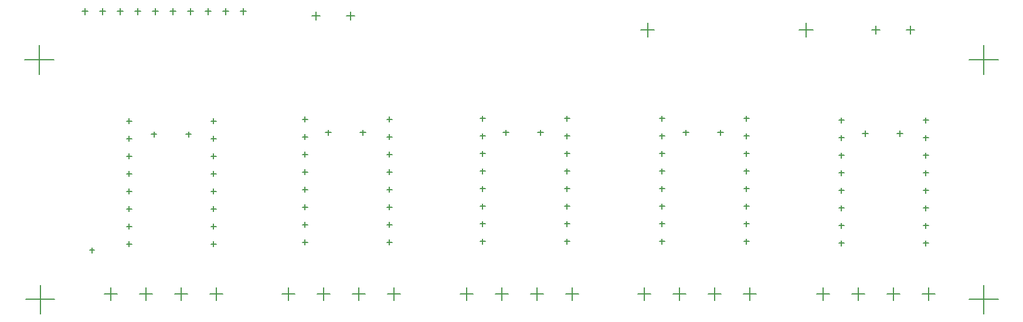
<source format=gbr>
G04 Layer_Color=128*
%FSLAX45Y45*%
%MOMM*%
%TF.FileFunction,Drillmap*%
%TF.Part,Single*%
G01*
G75*
%TA.AperFunction,NonConductor*%
%ADD63C,0.12700*%
D63*
X16731799Y2984500D02*
X17151801D01*
X16941800Y2774500D02*
Y3194500D01*
X16731799Y6451600D02*
X17151801D01*
X16941800Y6241600D02*
Y6661600D01*
X3092000Y6451600D02*
X3512000D01*
X3302000Y6241600D02*
Y6661600D01*
X3104700Y2984500D02*
X3524700D01*
X3314700Y2774500D02*
Y3194500D01*
X4237700Y3060700D02*
X4423700D01*
X4330700Y2967700D02*
Y3153700D01*
X4745700Y3060700D02*
X4931700D01*
X4838700Y2967700D02*
Y3153700D01*
X5253700Y3060700D02*
X5439700D01*
X5346700Y2967700D02*
Y3153700D01*
X5761700Y3060700D02*
X5947700D01*
X5854700Y2967700D02*
Y3153700D01*
X6803100Y3060700D02*
X6989100D01*
X6896100Y2967700D02*
Y3153700D01*
X7311100Y3060700D02*
X7497100D01*
X7404100Y2967700D02*
Y3153700D01*
X7819100Y3060700D02*
X8005100D01*
X7912100Y2967700D02*
Y3153700D01*
X8327100Y3060700D02*
X8513100D01*
X8420100Y2967700D02*
Y3153700D01*
X9381200Y3060700D02*
X9567200D01*
X9474200Y2967700D02*
Y3153700D01*
X9889200Y3060700D02*
X10075200D01*
X9982200Y2967700D02*
Y3153700D01*
X10397200Y3060700D02*
X10583200D01*
X10490200Y2967700D02*
Y3153700D01*
X10905200Y3060700D02*
X11091200D01*
X10998200Y2967700D02*
Y3153700D01*
X7737800Y7086600D02*
X7857800D01*
X7797800Y7026600D02*
Y7146600D01*
X7237800Y7086600D02*
X7357800D01*
X7297800Y7026600D02*
Y7146600D01*
X3917400Y7150100D02*
X4007400D01*
X3962400Y7105100D02*
Y7195100D01*
X4171400Y7150100D02*
X4261400D01*
X4216400Y7105100D02*
Y7195100D01*
X4679400Y7150100D02*
X4769400D01*
X4724400Y7105100D02*
Y7195100D01*
X4933400Y7150100D02*
X5023400D01*
X4978400Y7105100D02*
Y7195100D01*
X5187400Y7150100D02*
X5277400D01*
X5232400Y7105100D02*
Y7195100D01*
X5441400Y7150100D02*
X5531400D01*
X5486400Y7105100D02*
Y7195100D01*
X5695400Y7150100D02*
X5785400D01*
X5740400Y7105100D02*
Y7195100D01*
X5949400Y7150100D02*
X6039400D01*
X5994400Y7105100D02*
Y7195100D01*
X6203400Y7150100D02*
X6293400D01*
X6248400Y7105100D02*
Y7195100D01*
X4425400Y7150100D02*
X4515400D01*
X4470400Y7105100D02*
Y7195100D01*
X15319701Y6883400D02*
X15439700D01*
X15379700Y6823400D02*
Y6943400D01*
X15819701Y6883400D02*
X15939700D01*
X15879700Y6823400D02*
Y6943400D01*
X11946600Y3060700D02*
X12132600D01*
X12039600Y2967700D02*
Y3153700D01*
X12454600Y3060700D02*
X12640600D01*
X12547600Y2967700D02*
Y3153700D01*
X12962601Y3060700D02*
X13148599D01*
X13055600Y2967700D02*
Y3153700D01*
X13470599Y3060700D02*
X13656599D01*
X13563600Y2967700D02*
Y3153700D01*
X14524699Y3060700D02*
X14710699D01*
X14617700Y2967700D02*
Y3153700D01*
X15032700Y3060700D02*
X15218700D01*
X15125700Y2967700D02*
Y3153700D01*
X15540700Y3060700D02*
X15726700D01*
X15633701Y2967700D02*
Y3153700D01*
X16048700Y3060700D02*
X16234700D01*
X16141701Y2967700D02*
Y3153700D01*
X4917000Y5372101D02*
X4997000D01*
X4957000Y5332101D02*
Y5412100D01*
X5417000Y5372099D02*
X5497000D01*
X5457000Y5332100D02*
Y5412099D01*
X12255500Y5092700D02*
X12331700D01*
X12293600Y5054600D02*
Y5130800D01*
X12255500Y5346700D02*
X12331700D01*
X12293600Y5308600D02*
Y5384800D01*
X12255500Y5600700D02*
X12331700D01*
X12293600Y5562600D02*
Y5638800D01*
X12255500Y4584700D02*
X12331700D01*
X12293600Y4546600D02*
Y4622800D01*
X12255500Y4076700D02*
X12331700D01*
X12293600Y4038600D02*
Y4114800D01*
X12255500Y4838700D02*
X12331700D01*
X12293600Y4800600D02*
Y4876800D01*
X12255500Y4330700D02*
X12331700D01*
X12293600Y4292600D02*
Y4368800D01*
X12255500Y3822700D02*
X12331700D01*
X12293600Y3784600D02*
Y3860800D01*
X13474699Y3822700D02*
X13550900D01*
X13512801Y3784600D02*
Y3860800D01*
X13474699Y4330700D02*
X13550900D01*
X13512801Y4292600D02*
Y4368800D01*
X13474699Y4838700D02*
X13550900D01*
X13512801Y4800600D02*
Y4876800D01*
X13474699Y4076700D02*
X13550900D01*
X13512801Y4038600D02*
Y4114800D01*
X13474699Y4584700D02*
X13550900D01*
X13512801Y4546600D02*
Y4622800D01*
X13474699Y5600700D02*
X13550900D01*
X13512801Y5562600D02*
Y5638800D01*
X13474699Y5346700D02*
X13550900D01*
X13512801Y5308600D02*
Y5384800D01*
X13474699Y5092700D02*
X13550900D01*
X13512801Y5054600D02*
Y5130800D01*
X7099300Y5080000D02*
X7175500D01*
X7137400Y5041900D02*
Y5118100D01*
X7099300Y5334000D02*
X7175500D01*
X7137400Y5295900D02*
Y5372100D01*
X7099300Y5588000D02*
X7175500D01*
X7137400Y5549900D02*
Y5626100D01*
X7099300Y4572000D02*
X7175500D01*
X7137400Y4533900D02*
Y4610100D01*
X7099300Y4064000D02*
X7175500D01*
X7137400Y4025900D02*
Y4102100D01*
X7099300Y4826000D02*
X7175500D01*
X7137400Y4787900D02*
Y4864100D01*
X7099300Y4318000D02*
X7175500D01*
X7137400Y4279900D02*
Y4356100D01*
X7099300Y3810000D02*
X7175500D01*
X7137400Y3771900D02*
Y3848100D01*
X8318500Y3810000D02*
X8394700D01*
X8356600Y3771900D02*
Y3848100D01*
X8318500Y4318000D02*
X8394700D01*
X8356600Y4279900D02*
Y4356100D01*
X8318500Y4826000D02*
X8394700D01*
X8356600Y4787900D02*
Y4864100D01*
X8318500Y4064000D02*
X8394700D01*
X8356600Y4025900D02*
Y4102100D01*
X8318500Y4572000D02*
X8394700D01*
X8356600Y4533900D02*
Y4610100D01*
X8318500Y5588000D02*
X8394700D01*
X8356600Y5549900D02*
Y5626100D01*
X8318500Y5334000D02*
X8394700D01*
X8356600Y5295900D02*
Y5372100D01*
X8318500Y5080000D02*
X8394700D01*
X8356600Y5041900D02*
Y5118100D01*
X9664700Y5092700D02*
X9740900D01*
X9702800Y5054600D02*
Y5130800D01*
X9664700Y5346700D02*
X9740900D01*
X9702800Y5308600D02*
Y5384800D01*
X9664700Y5600700D02*
X9740900D01*
X9702800Y5562600D02*
Y5638800D01*
X9664700Y4584700D02*
X9740900D01*
X9702800Y4546600D02*
Y4622800D01*
X9664700Y4076700D02*
X9740900D01*
X9702800Y4038600D02*
Y4114800D01*
X9664700Y4838700D02*
X9740900D01*
X9702800Y4800600D02*
Y4876800D01*
X9664700Y4330700D02*
X9740900D01*
X9702800Y4292600D02*
Y4368800D01*
X9664700Y3822700D02*
X9740900D01*
X9702800Y3784600D02*
Y3860800D01*
X10883900Y3822700D02*
X10960100D01*
X10922000Y3784600D02*
Y3860800D01*
X10883900Y4330700D02*
X10960100D01*
X10922000Y4292600D02*
Y4368800D01*
X10883900Y4838700D02*
X10960100D01*
X10922000Y4800600D02*
Y4876800D01*
X10883900Y4076700D02*
X10960100D01*
X10922000Y4038600D02*
Y4114800D01*
X10883900Y4584700D02*
X10960100D01*
X10922000Y4546600D02*
Y4622800D01*
X10883900Y5600700D02*
X10960100D01*
X10922000Y5562600D02*
Y5638800D01*
X10883900Y5346700D02*
X10960100D01*
X10922000Y5308600D02*
Y5384800D01*
X10883900Y5092700D02*
X10960100D01*
X10922000Y5054600D02*
Y5130800D01*
X14846300Y5067300D02*
X14922501D01*
X14884399Y5029200D02*
Y5105400D01*
X14846300Y5321300D02*
X14922501D01*
X14884399Y5283200D02*
Y5359400D01*
X14846300Y5575300D02*
X14922501D01*
X14884399Y5537200D02*
Y5613400D01*
X14846300Y4559300D02*
X14922501D01*
X14884399Y4521200D02*
Y4597400D01*
X14846300Y4051300D02*
X14922501D01*
X14884399Y4013200D02*
Y4089400D01*
X14846300Y4813300D02*
X14922501D01*
X14884399Y4775200D02*
Y4851400D01*
X14846300Y4305300D02*
X14922501D01*
X14884399Y4267200D02*
Y4343400D01*
X14846300Y3797300D02*
X14922501D01*
X14884399Y3759200D02*
Y3835400D01*
X16065500Y3797300D02*
X16141701D01*
X16103600Y3759200D02*
Y3835400D01*
X16065500Y4305300D02*
X16141701D01*
X16103600Y4267200D02*
Y4343400D01*
X16065500Y4813300D02*
X16141701D01*
X16103600Y4775200D02*
Y4851400D01*
X16065500Y4051300D02*
X16141701D01*
X16103600Y4013200D02*
Y4089400D01*
X16065500Y4559300D02*
X16141701D01*
X16103600Y4521200D02*
Y4597400D01*
X16065500Y5575300D02*
X16141701D01*
X16103600Y5537200D02*
Y5613400D01*
X16065500Y5321300D02*
X16141701D01*
X16103600Y5283200D02*
Y5359400D01*
X16065500Y5067300D02*
X16141701D01*
X16103600Y5029200D02*
Y5105400D01*
X4559300Y5054600D02*
X4635500D01*
X4597400Y5016500D02*
Y5092700D01*
X4559300Y5308600D02*
X4635500D01*
X4597400Y5270500D02*
Y5346700D01*
X4559300Y5562600D02*
X4635500D01*
X4597400Y5524500D02*
Y5600700D01*
X4559300Y4546600D02*
X4635500D01*
X4597400Y4508500D02*
Y4584700D01*
X4559300Y4038600D02*
X4635500D01*
X4597400Y4000500D02*
Y4076700D01*
X4559300Y4800600D02*
X4635500D01*
X4597400Y4762500D02*
Y4838700D01*
X4559300Y4292600D02*
X4635500D01*
X4597400Y4254500D02*
Y4330700D01*
X4559300Y3784600D02*
X4635500D01*
X4597400Y3746500D02*
Y3822700D01*
X5778500Y3784600D02*
X5854700D01*
X5816600Y3746500D02*
Y3822700D01*
X5778500Y4292600D02*
X5854700D01*
X5816600Y4254500D02*
Y4330700D01*
X5778500Y4800600D02*
X5854700D01*
X5816600Y4762500D02*
Y4838700D01*
X5778500Y4038600D02*
X5854700D01*
X5816600Y4000500D02*
Y4076700D01*
X5778500Y4546600D02*
X5854700D01*
X5816600Y4508500D02*
Y4584700D01*
X5778500Y5562600D02*
X5854700D01*
X5816600Y5524500D02*
Y5600700D01*
X5778500Y5308600D02*
X5854700D01*
X5816600Y5270500D02*
Y5346700D01*
X5778500Y5054600D02*
X5854700D01*
X5816600Y5016500D02*
Y5092700D01*
X15191299Y5384801D02*
X15271300D01*
X15231300Y5344801D02*
Y5424800D01*
X15691299Y5384799D02*
X15771300D01*
X15731300Y5344800D02*
Y5424799D01*
X7435600Y5397501D02*
X7515600D01*
X7475600Y5357501D02*
Y5437501D01*
X7935600Y5397500D02*
X8015600D01*
X7975600Y5357500D02*
Y5437500D01*
X10001000Y5397501D02*
X10081000D01*
X10041000Y5357501D02*
Y5437501D01*
X10501000Y5397500D02*
X10581000D01*
X10541000Y5357500D02*
Y5437500D01*
X12600500Y5397501D02*
X12680500D01*
X12640500Y5357501D02*
Y5437500D01*
X13100500Y5397499D02*
X13180499D01*
X13140500Y5357500D02*
Y5437499D01*
X11986400Y6883400D02*
X12186400D01*
X12086400Y6783400D02*
Y6983400D01*
X14276401Y6883400D02*
X14476401D01*
X14376401Y6783400D02*
Y6983400D01*
X4028440Y3695700D02*
X4099560D01*
X4064000Y3660140D02*
Y3731260D01*
%TF.MD5,073b944fcbae1df4f6a68cf64d94d9a8*%
M02*

</source>
